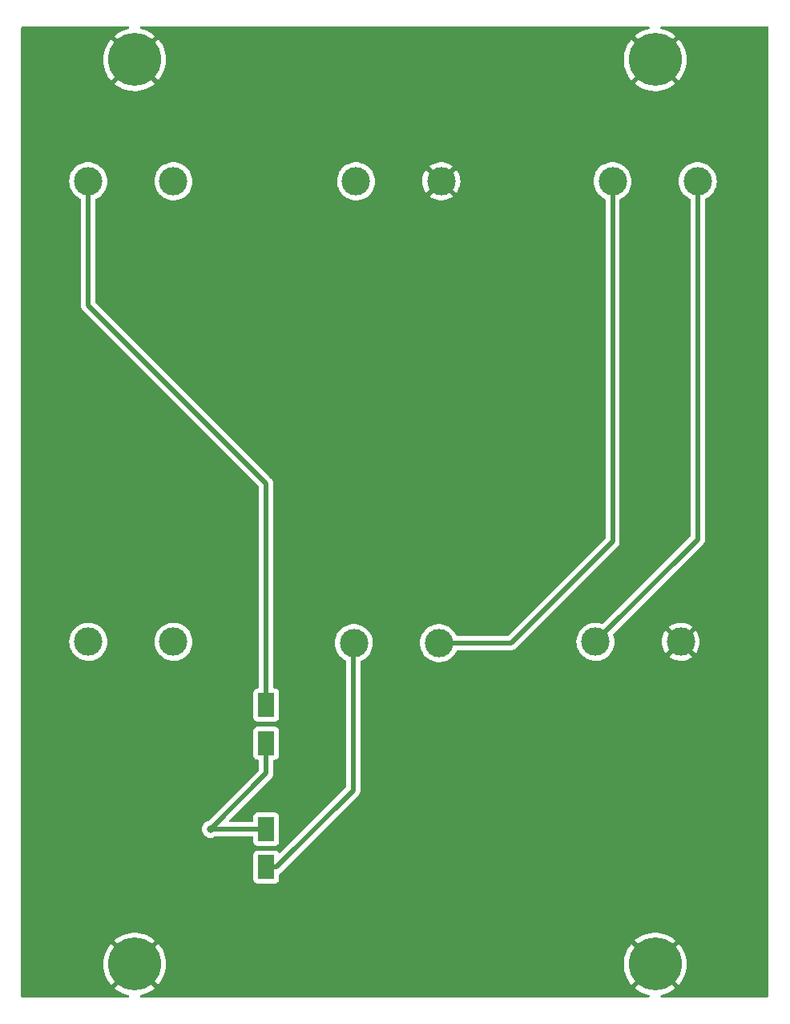
<source format=gtl>
G04 #@! TF.GenerationSoftware,KiCad,Pcbnew,(6.0.5-0)*
G04 #@! TF.CreationDate,2023-03-07T01:19:38-05:00*
G04 #@! TF.ProjectId,solar-cell-pcbs-usbUPDATING,736f6c61-722d-4636-956c-6c2d70636273,3*
G04 #@! TF.SameCoordinates,Original*
G04 #@! TF.FileFunction,Copper,L1,Top*
G04 #@! TF.FilePolarity,Positive*
%FSLAX46Y46*%
G04 Gerber Fmt 4.6, Leading zero omitted, Abs format (unit mm)*
G04 Created by KiCad (PCBNEW (6.0.5-0)) date 2023-03-07 01:19:38*
%MOMM*%
%LPD*%
G01*
G04 APERTURE LIST*
G04 #@! TA.AperFunction,ComponentPad*
%ADD10C,5.600000*%
G04 #@! TD*
G04 #@! TA.AperFunction,ComponentPad*
%ADD11C,3.000000*%
G04 #@! TD*
G04 #@! TA.AperFunction,SMDPad,CuDef*
%ADD12R,1.700000X2.500000*%
G04 #@! TD*
G04 #@! TA.AperFunction,ViaPad*
%ADD13C,0.800000*%
G04 #@! TD*
G04 #@! TA.AperFunction,Conductor*
%ADD14C,0.500000*%
G04 #@! TD*
G04 APERTURE END LIST*
D10*
X84600000Y-42750000D03*
D11*
X107768000Y-104348000D03*
X116768000Y-104348000D03*
X133300000Y-104200000D03*
X142300000Y-104200000D03*
D12*
X98500000Y-114900000D03*
X98500000Y-110900000D03*
D10*
X139600000Y-138250000D03*
D11*
X79700000Y-104200000D03*
X88700000Y-104200000D03*
X135100000Y-55580000D03*
X144100000Y-55580000D03*
D12*
X98500000Y-124000000D03*
X98500000Y-128000000D03*
D10*
X84600000Y-138250000D03*
D11*
X79700000Y-55580000D03*
X88700000Y-55580000D03*
D10*
X139600000Y-42750000D03*
D11*
X108000000Y-55580000D03*
X117000000Y-55580000D03*
D13*
X146100000Y-104300000D03*
X145200000Y-106900000D03*
X144300000Y-106200000D03*
X142400000Y-101600000D03*
X120000000Y-58040000D03*
X144200000Y-102400000D03*
X120900000Y-53240000D03*
X141200000Y-101600000D03*
X117300000Y-58200000D03*
X118400000Y-52040000D03*
X120900000Y-55140000D03*
X116200000Y-58600000D03*
X118900000Y-53340000D03*
X89300000Y-118900000D03*
X88100000Y-120600000D03*
X114500000Y-55240000D03*
X115100000Y-53440000D03*
X142300000Y-106900000D03*
X120200000Y-56640000D03*
X88200000Y-121900000D03*
X119600000Y-55240000D03*
X89000000Y-121300000D03*
X145200000Y-105500000D03*
X120000000Y-54040000D03*
X88100000Y-119300000D03*
X144900000Y-104300000D03*
X115800000Y-51940000D03*
X140400000Y-106200000D03*
X119000000Y-57140000D03*
X88900000Y-119800000D03*
X117000000Y-52640000D03*
X118500000Y-58340000D03*
X139800000Y-104300000D03*
X145200000Y-103100000D03*
X114400000Y-56600000D03*
X89700000Y-122200000D03*
X143800000Y-107300000D03*
X119800000Y-52340000D03*
X145100000Y-101700000D03*
X143600000Y-101200000D03*
X146300000Y-105800000D03*
X92600000Y-124000000D03*
D14*
X135100000Y-93600000D02*
X135100000Y-55580000D01*
X124352000Y-104348000D02*
X135100000Y-93600000D01*
X116768000Y-104348000D02*
X124352000Y-104348000D01*
X107696000Y-104420000D02*
X107768000Y-104348000D01*
X107696000Y-119888000D02*
X107696000Y-104420000D01*
X98500000Y-128000000D02*
X99584000Y-128000000D01*
X99584000Y-128000000D02*
X107696000Y-119888000D01*
X79700000Y-68700000D02*
X79700000Y-55580000D01*
X79700000Y-68700000D02*
X98500000Y-87500000D01*
X98500000Y-87500000D02*
X98500000Y-110900000D01*
X133300000Y-104200000D02*
X144100000Y-93400000D01*
X144100000Y-93400000D02*
X144100000Y-55580000D01*
X92600000Y-124000000D02*
X98500000Y-124000000D01*
X92600000Y-124000000D02*
X98500000Y-118100000D01*
X98500000Y-118100000D02*
X98500000Y-114900000D01*
G04 #@! TA.AperFunction,Conductor*
G36*
X83983879Y-39278502D02*
G01*
X84030372Y-39332158D01*
X84040476Y-39402432D01*
X84010982Y-39467012D01*
X83951256Y-39505396D01*
X83942600Y-39507608D01*
X83723586Y-39555361D01*
X83717011Y-39557172D01*
X83383683Y-39668702D01*
X83377361Y-39671205D01*
X83058034Y-39818079D01*
X83051991Y-39821265D01*
X82750401Y-40001763D01*
X82744755Y-40005571D01*
X82464408Y-40217596D01*
X82459211Y-40221987D01*
X82457972Y-40223155D01*
X82449950Y-40236862D01*
X82449986Y-40237704D01*
X82455037Y-40245826D01*
X84587190Y-42377980D01*
X84601131Y-42385592D01*
X84602966Y-42385461D01*
X84609580Y-42381210D01*
X86742798Y-40247991D01*
X86750412Y-40234047D01*
X86750344Y-40233089D01*
X86745836Y-40226272D01*
X86744418Y-40225065D01*
X86464813Y-40012064D01*
X86459187Y-40008240D01*
X86158214Y-39826681D01*
X86152202Y-39823484D01*
X85833370Y-39675487D01*
X85827070Y-39672967D01*
X85494129Y-39560273D01*
X85487551Y-39558437D01*
X85257846Y-39507513D01*
X85195669Y-39473241D01*
X85161891Y-39410795D01*
X85167237Y-39340000D01*
X85210009Y-39283333D01*
X85276627Y-39258786D01*
X85285117Y-39258500D01*
X138915758Y-39258500D01*
X138983879Y-39278502D01*
X139030372Y-39332158D01*
X139040476Y-39402432D01*
X139010982Y-39467012D01*
X138951256Y-39505396D01*
X138942600Y-39507608D01*
X138723586Y-39555361D01*
X138717011Y-39557172D01*
X138383683Y-39668702D01*
X138377361Y-39671205D01*
X138058034Y-39818079D01*
X138051991Y-39821265D01*
X137750401Y-40001763D01*
X137744755Y-40005571D01*
X137464408Y-40217596D01*
X137459211Y-40221987D01*
X137457972Y-40223155D01*
X137449950Y-40236862D01*
X137449986Y-40237704D01*
X137455037Y-40245826D01*
X139587190Y-42377980D01*
X139601131Y-42385592D01*
X139602966Y-42385461D01*
X139609580Y-42381210D01*
X141742798Y-40247991D01*
X141750412Y-40234047D01*
X141750344Y-40233089D01*
X141745836Y-40226272D01*
X141744418Y-40225065D01*
X141464813Y-40012064D01*
X141459187Y-40008240D01*
X141158214Y-39826681D01*
X141152202Y-39823484D01*
X140833370Y-39675487D01*
X140827070Y-39672967D01*
X140494129Y-39560273D01*
X140487551Y-39558437D01*
X140257846Y-39507513D01*
X140195669Y-39473241D01*
X140161891Y-39410795D01*
X140167237Y-39340000D01*
X140210009Y-39283333D01*
X140276627Y-39258786D01*
X140285117Y-39258500D01*
X151465500Y-39258500D01*
X151533621Y-39278502D01*
X151580114Y-39332158D01*
X151591500Y-39384500D01*
X151591500Y-141615500D01*
X151571498Y-141683621D01*
X151517842Y-141730114D01*
X151465500Y-141741500D01*
X140283537Y-141741500D01*
X140215416Y-141721498D01*
X140168923Y-141667842D01*
X140158819Y-141597568D01*
X140188313Y-141532988D01*
X140248039Y-141494604D01*
X140257125Y-141492299D01*
X140465274Y-141447676D01*
X140471822Y-141445897D01*
X140805549Y-141335527D01*
X140811891Y-141333041D01*
X141131718Y-141187288D01*
X141137777Y-141184121D01*
X141439995Y-141004676D01*
X141445659Y-141000884D01*
X141726732Y-140789849D01*
X141731958Y-140785464D01*
X141741613Y-140776428D01*
X141749682Y-140762750D01*
X141749654Y-140762024D01*
X141744512Y-140753723D01*
X139612810Y-138622020D01*
X139598869Y-138614408D01*
X139597034Y-138614539D01*
X139590420Y-138618790D01*
X137456774Y-140752437D01*
X137449160Y-140766381D01*
X137449237Y-140767470D01*
X137451698Y-140771206D01*
X137725632Y-140981404D01*
X137731262Y-140985259D01*
X138031591Y-141167862D01*
X138037593Y-141171080D01*
X138355897Y-141320184D01*
X138362202Y-141322732D01*
X138694743Y-141436587D01*
X138701309Y-141438444D01*
X138941542Y-141492583D01*
X139003598Y-141527071D01*
X139037158Y-141589636D01*
X139031565Y-141660412D01*
X138988596Y-141716928D01*
X138921892Y-141741242D01*
X138913841Y-141741500D01*
X85283537Y-141741500D01*
X85215416Y-141721498D01*
X85168923Y-141667842D01*
X85158819Y-141597568D01*
X85188313Y-141532988D01*
X85248039Y-141494604D01*
X85257125Y-141492299D01*
X85465274Y-141447676D01*
X85471822Y-141445897D01*
X85805549Y-141335527D01*
X85811891Y-141333041D01*
X86131718Y-141187288D01*
X86137777Y-141184121D01*
X86439995Y-141004676D01*
X86445659Y-141000884D01*
X86726732Y-140789849D01*
X86731958Y-140785464D01*
X86741613Y-140776428D01*
X86749682Y-140762750D01*
X86749654Y-140762024D01*
X86744512Y-140753723D01*
X84612810Y-138622020D01*
X84598869Y-138614408D01*
X84597034Y-138614539D01*
X84590420Y-138618790D01*
X82456774Y-140752437D01*
X82449160Y-140766381D01*
X82449237Y-140767470D01*
X82451698Y-140771206D01*
X82725632Y-140981404D01*
X82731262Y-140985259D01*
X83031591Y-141167862D01*
X83037593Y-141171080D01*
X83355897Y-141320184D01*
X83362202Y-141322732D01*
X83694743Y-141436587D01*
X83701309Y-141438444D01*
X83941542Y-141492583D01*
X84003598Y-141527071D01*
X84037158Y-141589636D01*
X84031565Y-141660412D01*
X83988596Y-141716928D01*
X83921892Y-141741242D01*
X83913841Y-141741500D01*
X72734500Y-141741500D01*
X72666379Y-141721498D01*
X72619886Y-141667842D01*
X72608500Y-141615500D01*
X72608500Y-138241832D01*
X81287333Y-138241832D01*
X81305117Y-138592893D01*
X81305827Y-138599649D01*
X81361420Y-138946723D01*
X81362859Y-138953378D01*
X81455608Y-139292410D01*
X81457757Y-139298871D01*
X81586581Y-139625912D01*
X81589412Y-139632095D01*
X81752803Y-139943310D01*
X81756286Y-139949152D01*
X81952330Y-140240896D01*
X81956433Y-140246340D01*
X82076425Y-140388836D01*
X82089164Y-140397279D01*
X82099608Y-140391181D01*
X84227980Y-138262810D01*
X84234357Y-138251131D01*
X84964408Y-138251131D01*
X84964539Y-138252966D01*
X84968790Y-138259580D01*
X87099009Y-140389798D01*
X87112605Y-140397223D01*
X87122218Y-140390522D01*
X87222518Y-140273912D01*
X87226676Y-140268514D01*
X87425762Y-139978840D01*
X87429310Y-139973029D01*
X87595942Y-139663559D01*
X87598849Y-139657381D01*
X87731090Y-139331713D01*
X87733304Y-139325283D01*
X87829598Y-138987237D01*
X87831105Y-138980607D01*
X87890332Y-138634118D01*
X87891112Y-138627378D01*
X87912668Y-138274925D01*
X87912784Y-138271323D01*
X87912853Y-138251819D01*
X87912761Y-138248194D01*
X87912416Y-138241832D01*
X136287333Y-138241832D01*
X136305117Y-138592893D01*
X136305827Y-138599649D01*
X136361420Y-138946723D01*
X136362859Y-138953378D01*
X136455608Y-139292410D01*
X136457757Y-139298871D01*
X136586581Y-139625912D01*
X136589412Y-139632095D01*
X136752803Y-139943310D01*
X136756286Y-139949152D01*
X136952330Y-140240896D01*
X136956433Y-140246340D01*
X137076425Y-140388836D01*
X137089164Y-140397279D01*
X137099608Y-140391181D01*
X139227980Y-138262810D01*
X139234357Y-138251131D01*
X139964408Y-138251131D01*
X139964539Y-138252966D01*
X139968790Y-138259580D01*
X142099009Y-140389798D01*
X142112605Y-140397223D01*
X142122218Y-140390522D01*
X142222518Y-140273912D01*
X142226676Y-140268514D01*
X142425762Y-139978840D01*
X142429310Y-139973029D01*
X142595942Y-139663559D01*
X142598849Y-139657381D01*
X142731090Y-139331713D01*
X142733304Y-139325283D01*
X142829598Y-138987237D01*
X142831105Y-138980607D01*
X142890332Y-138634118D01*
X142891112Y-138627378D01*
X142912668Y-138274925D01*
X142912784Y-138271323D01*
X142912853Y-138251819D01*
X142912761Y-138248194D01*
X142893666Y-137895615D01*
X142892931Y-137888849D01*
X142836130Y-137541985D01*
X142834663Y-137535313D01*
X142740736Y-137196627D01*
X142738562Y-137190163D01*
X142608598Y-136863578D01*
X142605742Y-136857398D01*
X142441269Y-136546763D01*
X142437769Y-136540937D01*
X142240697Y-136249862D01*
X142236590Y-136244453D01*
X142123565Y-136111179D01*
X142110740Y-136102743D01*
X142100416Y-136108795D01*
X139972020Y-138237190D01*
X139964408Y-138251131D01*
X139234357Y-138251131D01*
X139235592Y-138248869D01*
X139235461Y-138247034D01*
X139231210Y-138240420D01*
X137100992Y-136110203D01*
X137087455Y-136102811D01*
X137077753Y-136109599D01*
X136970430Y-136235257D01*
X136966296Y-136240664D01*
X136768215Y-136531041D01*
X136764697Y-136536851D01*
X136599134Y-136846922D01*
X136596259Y-136853087D01*
X136465155Y-137179218D01*
X136462962Y-137185658D01*
X136367846Y-137524044D01*
X136366363Y-137530679D01*
X136308350Y-137877354D01*
X136307591Y-137884126D01*
X136287357Y-138235037D01*
X136287333Y-138241832D01*
X87912416Y-138241832D01*
X87893666Y-137895615D01*
X87892931Y-137888849D01*
X87836130Y-137541985D01*
X87834663Y-137535313D01*
X87740736Y-137196627D01*
X87738562Y-137190163D01*
X87608598Y-136863578D01*
X87605742Y-136857398D01*
X87441269Y-136546763D01*
X87437769Y-136540937D01*
X87240697Y-136249862D01*
X87236590Y-136244453D01*
X87123565Y-136111179D01*
X87110740Y-136102743D01*
X87100416Y-136108795D01*
X84972020Y-138237190D01*
X84964408Y-138251131D01*
X84234357Y-138251131D01*
X84235592Y-138248869D01*
X84235461Y-138247034D01*
X84231210Y-138240420D01*
X82100992Y-136110203D01*
X82087455Y-136102811D01*
X82077753Y-136109599D01*
X81970430Y-136235257D01*
X81966296Y-136240664D01*
X81768215Y-136531041D01*
X81764697Y-136536851D01*
X81599134Y-136846922D01*
X81596259Y-136853087D01*
X81465155Y-137179218D01*
X81462962Y-137185658D01*
X81367846Y-137524044D01*
X81366363Y-137530679D01*
X81308350Y-137877354D01*
X81307591Y-137884126D01*
X81287357Y-138235037D01*
X81287333Y-138241832D01*
X72608500Y-138241832D01*
X72608500Y-135736862D01*
X82449950Y-135736862D01*
X82449986Y-135737704D01*
X82455037Y-135745826D01*
X84587190Y-137877980D01*
X84601131Y-137885592D01*
X84602966Y-137885461D01*
X84609580Y-137881210D01*
X86742798Y-135747991D01*
X86748875Y-135736862D01*
X137449950Y-135736862D01*
X137449986Y-135737704D01*
X137455037Y-135745826D01*
X139587190Y-137877980D01*
X139601131Y-137885592D01*
X139602966Y-137885461D01*
X139609580Y-137881210D01*
X141742798Y-135747991D01*
X141750412Y-135734047D01*
X141750344Y-135733089D01*
X141745836Y-135726272D01*
X141744418Y-135725065D01*
X141464813Y-135512064D01*
X141459187Y-135508240D01*
X141158214Y-135326681D01*
X141152202Y-135323484D01*
X140833370Y-135175487D01*
X140827070Y-135172967D01*
X140494129Y-135060273D01*
X140487551Y-135058437D01*
X140144417Y-134982367D01*
X140137678Y-134981251D01*
X139788310Y-134942680D01*
X139781529Y-134942301D01*
X139430015Y-134941687D01*
X139423242Y-134942042D01*
X139073720Y-134979395D01*
X139067010Y-134980482D01*
X138723586Y-135055361D01*
X138717011Y-135057172D01*
X138383683Y-135168702D01*
X138377361Y-135171205D01*
X138058034Y-135318079D01*
X138051991Y-135321265D01*
X137750401Y-135501763D01*
X137744755Y-135505571D01*
X137464408Y-135717596D01*
X137459211Y-135721987D01*
X137457972Y-135723155D01*
X137449950Y-135736862D01*
X86748875Y-135736862D01*
X86750412Y-135734047D01*
X86750344Y-135733089D01*
X86745836Y-135726272D01*
X86744418Y-135725065D01*
X86464813Y-135512064D01*
X86459187Y-135508240D01*
X86158214Y-135326681D01*
X86152202Y-135323484D01*
X85833370Y-135175487D01*
X85827070Y-135172967D01*
X85494129Y-135060273D01*
X85487551Y-135058437D01*
X85144417Y-134982367D01*
X85137678Y-134981251D01*
X84788310Y-134942680D01*
X84781529Y-134942301D01*
X84430015Y-134941687D01*
X84423242Y-134942042D01*
X84073720Y-134979395D01*
X84067010Y-134980482D01*
X83723586Y-135055361D01*
X83717011Y-135057172D01*
X83383683Y-135168702D01*
X83377361Y-135171205D01*
X83058034Y-135318079D01*
X83051991Y-135321265D01*
X82750401Y-135501763D01*
X82744755Y-135505571D01*
X82464408Y-135717596D01*
X82459211Y-135721987D01*
X82457972Y-135723155D01*
X82449950Y-135736862D01*
X72608500Y-135736862D01*
X72608500Y-129298134D01*
X97141500Y-129298134D01*
X97148255Y-129360316D01*
X97199385Y-129496705D01*
X97286739Y-129613261D01*
X97403295Y-129700615D01*
X97539684Y-129751745D01*
X97601866Y-129758500D01*
X99398134Y-129758500D01*
X99460316Y-129751745D01*
X99596705Y-129700615D01*
X99713261Y-129613261D01*
X99800615Y-129496705D01*
X99851745Y-129360316D01*
X99858500Y-129298134D01*
X99858500Y-128793474D01*
X99878502Y-128725353D01*
X99925759Y-128682897D01*
X99925937Y-128682833D01*
X99986976Y-128642814D01*
X99990680Y-128640477D01*
X100053107Y-128602595D01*
X100061484Y-128595197D01*
X100061508Y-128595224D01*
X100064500Y-128592571D01*
X100067733Y-128589868D01*
X100073852Y-128585856D01*
X100127128Y-128529617D01*
X100129506Y-128527175D01*
X108184911Y-120471770D01*
X108199323Y-120459384D01*
X108210918Y-120450851D01*
X108210923Y-120450846D01*
X108216818Y-120446508D01*
X108221557Y-120440930D01*
X108221560Y-120440927D01*
X108251035Y-120406232D01*
X108257965Y-120398716D01*
X108263660Y-120393021D01*
X108281281Y-120370749D01*
X108284072Y-120367345D01*
X108326591Y-120317297D01*
X108326592Y-120317295D01*
X108331333Y-120311715D01*
X108334661Y-120305199D01*
X108338028Y-120300150D01*
X108341195Y-120295021D01*
X108345734Y-120289284D01*
X108376655Y-120223125D01*
X108378561Y-120219225D01*
X108411769Y-120154192D01*
X108413508Y-120147084D01*
X108415607Y-120141441D01*
X108417524Y-120135678D01*
X108420622Y-120129050D01*
X108435487Y-120057583D01*
X108436457Y-120053299D01*
X108452473Y-119987845D01*
X108453808Y-119982390D01*
X108454500Y-119971236D01*
X108454536Y-119971238D01*
X108454775Y-119967245D01*
X108455149Y-119963053D01*
X108456640Y-119955885D01*
X108454546Y-119878479D01*
X108454500Y-119875072D01*
X108454500Y-106321852D01*
X108474502Y-106253731D01*
X108532282Y-106205443D01*
X108603471Y-106175955D01*
X108663136Y-106151241D01*
X108899582Y-106013073D01*
X109115089Y-105844094D01*
X109133059Y-105825551D01*
X109297560Y-105655799D01*
X109305669Y-105647431D01*
X109308202Y-105643983D01*
X109308206Y-105643978D01*
X109465257Y-105430178D01*
X109467795Y-105426723D01*
X109473335Y-105416520D01*
X109596418Y-105189830D01*
X109596419Y-105189827D01*
X109598468Y-105186054D01*
X109676275Y-104980144D01*
X109693751Y-104933895D01*
X109693752Y-104933891D01*
X109695269Y-104929877D01*
X109743096Y-104721053D01*
X109755449Y-104667117D01*
X109755450Y-104667113D01*
X109756407Y-104662933D01*
X109765189Y-104564539D01*
X109780531Y-104392627D01*
X109780531Y-104392625D01*
X109780751Y-104390161D01*
X109781193Y-104348000D01*
X109779756Y-104326918D01*
X114754917Y-104326918D01*
X114770682Y-104600320D01*
X114771507Y-104604525D01*
X114771508Y-104604533D01*
X114782127Y-104658657D01*
X114823405Y-104869053D01*
X114824792Y-104873103D01*
X114824793Y-104873108D01*
X114906107Y-105110606D01*
X114912112Y-105128144D01*
X115035160Y-105372799D01*
X115037586Y-105376328D01*
X115037589Y-105376334D01*
X115187843Y-105594953D01*
X115190274Y-105598490D01*
X115193161Y-105601663D01*
X115193162Y-105601664D01*
X115351629Y-105775818D01*
X115374582Y-105801043D01*
X115584675Y-105976707D01*
X115588316Y-105978991D01*
X115813024Y-106119951D01*
X115813028Y-106119953D01*
X115816664Y-106122234D01*
X115911090Y-106164869D01*
X116062345Y-106233164D01*
X116062349Y-106233166D01*
X116066257Y-106234930D01*
X116070377Y-106236150D01*
X116070376Y-106236150D01*
X116324723Y-106311491D01*
X116324727Y-106311492D01*
X116328836Y-106312709D01*
X116333070Y-106313357D01*
X116333075Y-106313358D01*
X116595298Y-106353483D01*
X116595300Y-106353483D01*
X116599540Y-106354132D01*
X116738912Y-106356322D01*
X116869071Y-106358367D01*
X116869077Y-106358367D01*
X116873362Y-106358434D01*
X117145235Y-106325534D01*
X117410127Y-106256041D01*
X117414087Y-106254401D01*
X117414092Y-106254399D01*
X117598413Y-106178050D01*
X117663136Y-106151241D01*
X117899582Y-106013073D01*
X118115089Y-105844094D01*
X118133059Y-105825551D01*
X118297560Y-105655799D01*
X118305669Y-105647431D01*
X118308202Y-105643983D01*
X118308206Y-105643978D01*
X118465257Y-105430178D01*
X118467795Y-105426723D01*
X118473335Y-105416520D01*
X118596420Y-105189827D01*
X118596423Y-105189820D01*
X118598468Y-105186054D01*
X118599986Y-105182036D01*
X118600895Y-105180051D01*
X118647438Y-105126439D01*
X118715460Y-105106500D01*
X124284930Y-105106500D01*
X124303880Y-105107933D01*
X124318115Y-105110099D01*
X124318119Y-105110099D01*
X124325349Y-105111199D01*
X124332641Y-105110606D01*
X124332644Y-105110606D01*
X124378018Y-105106915D01*
X124388233Y-105106500D01*
X124396293Y-105106500D01*
X124409583Y-105104951D01*
X124424507Y-105103211D01*
X124428882Y-105102778D01*
X124494339Y-105097454D01*
X124494342Y-105097453D01*
X124501637Y-105096860D01*
X124508601Y-105094604D01*
X124514560Y-105093413D01*
X124520415Y-105092029D01*
X124527681Y-105091182D01*
X124596327Y-105066265D01*
X124600455Y-105064848D01*
X124662936Y-105044607D01*
X124662938Y-105044606D01*
X124669899Y-105042351D01*
X124676154Y-105038555D01*
X124681628Y-105036049D01*
X124687058Y-105033330D01*
X124693937Y-105030833D01*
X124754976Y-104990814D01*
X124758680Y-104988477D01*
X124821107Y-104950595D01*
X124829484Y-104943197D01*
X124829508Y-104943224D01*
X124832500Y-104940571D01*
X124835733Y-104937868D01*
X124841852Y-104933856D01*
X124895128Y-104877617D01*
X124897506Y-104875175D01*
X125593763Y-104178918D01*
X131286917Y-104178918D01*
X131302682Y-104452320D01*
X131303507Y-104456525D01*
X131303508Y-104456533D01*
X131324698Y-104564539D01*
X131355405Y-104721053D01*
X131356792Y-104725103D01*
X131356793Y-104725108D01*
X131428264Y-104933856D01*
X131444112Y-104980144D01*
X131487432Y-105066276D01*
X131549573Y-105189830D01*
X131567160Y-105224799D01*
X131569586Y-105228328D01*
X131569589Y-105228334D01*
X131703509Y-105423187D01*
X131722274Y-105450490D01*
X131725161Y-105453663D01*
X131725162Y-105453664D01*
X131903692Y-105649867D01*
X131906582Y-105653043D01*
X132116675Y-105828707D01*
X132120316Y-105830991D01*
X132345024Y-105971951D01*
X132345028Y-105971953D01*
X132348664Y-105974234D01*
X132416544Y-106004883D01*
X132594345Y-106085164D01*
X132594349Y-106085166D01*
X132598257Y-106086930D01*
X132602377Y-106088150D01*
X132602376Y-106088150D01*
X132856723Y-106163491D01*
X132856727Y-106163492D01*
X132860836Y-106164709D01*
X132865070Y-106165357D01*
X132865075Y-106165358D01*
X133127298Y-106205483D01*
X133127300Y-106205483D01*
X133131540Y-106206132D01*
X133270912Y-106208322D01*
X133401071Y-106210367D01*
X133401077Y-106210367D01*
X133405362Y-106210434D01*
X133677235Y-106177534D01*
X133942127Y-106108041D01*
X133946087Y-106106401D01*
X133946092Y-106106399D01*
X134068632Y-106055641D01*
X134195136Y-106003241D01*
X134431582Y-105865073D01*
X134527767Y-105789654D01*
X141075618Y-105789654D01*
X141082673Y-105799627D01*
X141113679Y-105825551D01*
X141120598Y-105830579D01*
X141345272Y-105971515D01*
X141352807Y-105975556D01*
X141594520Y-106084694D01*
X141602551Y-106087680D01*
X141856832Y-106163002D01*
X141865184Y-106164869D01*
X142127340Y-106204984D01*
X142135874Y-106205700D01*
X142401045Y-106209867D01*
X142409596Y-106209418D01*
X142672883Y-106177557D01*
X142681284Y-106175955D01*
X142937824Y-106108653D01*
X142945926Y-106105926D01*
X143190949Y-106004434D01*
X143198617Y-106000628D01*
X143427598Y-105866822D01*
X143434679Y-105862009D01*
X143514655Y-105799301D01*
X143523125Y-105787442D01*
X143516608Y-105775818D01*
X142312812Y-104572022D01*
X142298868Y-104564408D01*
X142297035Y-104564539D01*
X142290420Y-104568790D01*
X141082910Y-105776300D01*
X141075618Y-105789654D01*
X134527767Y-105789654D01*
X134647089Y-105696094D01*
X134688809Y-105653043D01*
X134834686Y-105502509D01*
X134837669Y-105499431D01*
X134840202Y-105495983D01*
X134840206Y-105495978D01*
X134997257Y-105282178D01*
X134999795Y-105278723D01*
X135001841Y-105274955D01*
X135128418Y-105041830D01*
X135128419Y-105041828D01*
X135130468Y-105038054D01*
X135227269Y-104781877D01*
X135288407Y-104514933D01*
X135294384Y-104447969D01*
X135312531Y-104244627D01*
X135312532Y-104244616D01*
X135312751Y-104242161D01*
X135313193Y-104200000D01*
X135312048Y-104183204D01*
X140287665Y-104183204D01*
X140302932Y-104447969D01*
X140304005Y-104456470D01*
X140355065Y-104716722D01*
X140357276Y-104724974D01*
X140443184Y-104975894D01*
X140446499Y-104983779D01*
X140565664Y-105220713D01*
X140570020Y-105228079D01*
X140699347Y-105416250D01*
X140709601Y-105424594D01*
X140723342Y-105417448D01*
X141927978Y-104212812D01*
X141934356Y-104201132D01*
X142664408Y-104201132D01*
X142664539Y-104202965D01*
X142668790Y-104209580D01*
X143875730Y-105416520D01*
X143887939Y-105423187D01*
X143899439Y-105414497D01*
X143996831Y-105281913D01*
X144001418Y-105274685D01*
X144127962Y-105041621D01*
X144131530Y-105033827D01*
X144225271Y-104785750D01*
X144227748Y-104777544D01*
X144286954Y-104519038D01*
X144288294Y-104510577D01*
X144312031Y-104244616D01*
X144312277Y-104239677D01*
X144312666Y-104202485D01*
X144312523Y-104197519D01*
X144294362Y-103931123D01*
X144293201Y-103922649D01*
X144239419Y-103662944D01*
X144237120Y-103654709D01*
X144148588Y-103404705D01*
X144145191Y-103396854D01*
X144023550Y-103161178D01*
X144019122Y-103153866D01*
X143900031Y-102984417D01*
X143889509Y-102976037D01*
X143876121Y-102983089D01*
X142672022Y-104187188D01*
X142664408Y-104201132D01*
X141934356Y-104201132D01*
X141935592Y-104198868D01*
X141935461Y-104197035D01*
X141931210Y-104190420D01*
X140723814Y-102983024D01*
X140711804Y-102976466D01*
X140700064Y-102985434D01*
X140591935Y-103135911D01*
X140587418Y-103143196D01*
X140463325Y-103377567D01*
X140459839Y-103385395D01*
X140368700Y-103634446D01*
X140366311Y-103642670D01*
X140309812Y-103901795D01*
X140308563Y-103910250D01*
X140287754Y-104174653D01*
X140287665Y-104183204D01*
X135312048Y-104183204D01*
X135304948Y-104079055D01*
X135294859Y-103931055D01*
X135294858Y-103931049D01*
X135294567Y-103926778D01*
X135239032Y-103658612D01*
X135237602Y-103654574D01*
X135237601Y-103654569D01*
X135180588Y-103493569D01*
X135176704Y-103422679D01*
X135210266Y-103362415D01*
X135960181Y-102612500D01*
X141076584Y-102612500D01*
X141082980Y-102623770D01*
X142287188Y-103827978D01*
X142301132Y-103835592D01*
X142302965Y-103835461D01*
X142309580Y-103831210D01*
X143516604Y-102624186D01*
X143523795Y-102611017D01*
X143516473Y-102600780D01*
X143469233Y-102562115D01*
X143462261Y-102557160D01*
X143236122Y-102418582D01*
X143228552Y-102414624D01*
X142985704Y-102308022D01*
X142977644Y-102305120D01*
X142722592Y-102232467D01*
X142714214Y-102230685D01*
X142451656Y-102193318D01*
X142443111Y-102192691D01*
X142177908Y-102191302D01*
X142169374Y-102191839D01*
X141906433Y-102226456D01*
X141898035Y-102228149D01*
X141642238Y-102298127D01*
X141634143Y-102300946D01*
X141390199Y-102404997D01*
X141382577Y-102408881D01*
X141155013Y-102545075D01*
X141147981Y-102549962D01*
X141085053Y-102600377D01*
X141076584Y-102612500D01*
X135960181Y-102612500D01*
X144588911Y-93983770D01*
X144603323Y-93971384D01*
X144614918Y-93962851D01*
X144614923Y-93962846D01*
X144620818Y-93958508D01*
X144625557Y-93952930D01*
X144625560Y-93952927D01*
X144655035Y-93918232D01*
X144661965Y-93910716D01*
X144667660Y-93905021D01*
X144685281Y-93882749D01*
X144688072Y-93879345D01*
X144730591Y-93829297D01*
X144730592Y-93829295D01*
X144735333Y-93823715D01*
X144738661Y-93817199D01*
X144742020Y-93812162D01*
X144745194Y-93807023D01*
X144749734Y-93801284D01*
X144780636Y-93735163D01*
X144782569Y-93731209D01*
X144786239Y-93724021D01*
X144815769Y-93666192D01*
X144817510Y-93659076D01*
X144819604Y-93653446D01*
X144821523Y-93647679D01*
X144824621Y-93641050D01*
X144839483Y-93569600D01*
X144840453Y-93565315D01*
X144856473Y-93499844D01*
X144857808Y-93494390D01*
X144858500Y-93483236D01*
X144858536Y-93483238D01*
X144858775Y-93479248D01*
X144859150Y-93475050D01*
X144860640Y-93467885D01*
X144858546Y-93390479D01*
X144858500Y-93387072D01*
X144858500Y-57524028D01*
X144878502Y-57455907D01*
X144936281Y-57407620D01*
X144995136Y-57383241D01*
X145231582Y-57245073D01*
X145447089Y-57076094D01*
X145488809Y-57033043D01*
X145634686Y-56882509D01*
X145637669Y-56879431D01*
X145640202Y-56875983D01*
X145640206Y-56875978D01*
X145797257Y-56662178D01*
X145799795Y-56658723D01*
X145801841Y-56654955D01*
X145928418Y-56421830D01*
X145928419Y-56421828D01*
X145930468Y-56418054D01*
X146027269Y-56161877D01*
X146088407Y-55894933D01*
X146094384Y-55827969D01*
X146112531Y-55624627D01*
X146112532Y-55624616D01*
X146112751Y-55622161D01*
X146113193Y-55580000D01*
X146111465Y-55554648D01*
X146094859Y-55311055D01*
X146094858Y-55311049D01*
X146094567Y-55306778D01*
X146039032Y-55038612D01*
X145947617Y-54780465D01*
X145822013Y-54537112D01*
X145812040Y-54522921D01*
X145667008Y-54316562D01*
X145664545Y-54313057D01*
X145478125Y-54112445D01*
X145474810Y-54109731D01*
X145474806Y-54109728D01*
X145269523Y-53941706D01*
X145266205Y-53938990D01*
X145032704Y-53795901D01*
X145028768Y-53794173D01*
X144785873Y-53687549D01*
X144785869Y-53687548D01*
X144781945Y-53685825D01*
X144518566Y-53610800D01*
X144514324Y-53610196D01*
X144514318Y-53610195D01*
X144313834Y-53581662D01*
X144247443Y-53572213D01*
X144103589Y-53571460D01*
X143977877Y-53570802D01*
X143977871Y-53570802D01*
X143973591Y-53570780D01*
X143969347Y-53571339D01*
X143969343Y-53571339D01*
X143850302Y-53587011D01*
X143702078Y-53606525D01*
X143697938Y-53607658D01*
X143697936Y-53607658D01*
X143625008Y-53627609D01*
X143437928Y-53678788D01*
X143433980Y-53680472D01*
X143189982Y-53784546D01*
X143189978Y-53784548D01*
X143186030Y-53786232D01*
X143166125Y-53798145D01*
X142954725Y-53924664D01*
X142954721Y-53924667D01*
X142951043Y-53926868D01*
X142737318Y-54098094D01*
X142548808Y-54296742D01*
X142389002Y-54519136D01*
X142260857Y-54761161D01*
X142259385Y-54765184D01*
X142259383Y-54765188D01*
X142252314Y-54784506D01*
X142166743Y-55018337D01*
X142108404Y-55285907D01*
X142086917Y-55558918D01*
X142102682Y-55832320D01*
X142103507Y-55836525D01*
X142103508Y-55836533D01*
X142124698Y-55944539D01*
X142155405Y-56101053D01*
X142156792Y-56105103D01*
X142156793Y-56105108D01*
X142177605Y-56165895D01*
X142244112Y-56360144D01*
X142367160Y-56604799D01*
X142369586Y-56608328D01*
X142369589Y-56608334D01*
X142498741Y-56796250D01*
X142522274Y-56830490D01*
X142706582Y-57033043D01*
X142916675Y-57208707D01*
X142920316Y-57210991D01*
X143145024Y-57351951D01*
X143145028Y-57351953D01*
X143148664Y-57354234D01*
X143267352Y-57407824D01*
X143321205Y-57454086D01*
X143341500Y-57522660D01*
X143341500Y-93033629D01*
X143321498Y-93101750D01*
X143304595Y-93122724D01*
X134139814Y-102287505D01*
X134077502Y-102321531D01*
X134000074Y-102313783D01*
X133981945Y-102305825D01*
X133718566Y-102230800D01*
X133714324Y-102230196D01*
X133714318Y-102230195D01*
X133513834Y-102201662D01*
X133447443Y-102192213D01*
X133303589Y-102191460D01*
X133177877Y-102190802D01*
X133177871Y-102190802D01*
X133173591Y-102190780D01*
X133169347Y-102191339D01*
X133169343Y-102191339D01*
X133050302Y-102207011D01*
X132902078Y-102226525D01*
X132897938Y-102227658D01*
X132897936Y-102227658D01*
X132825008Y-102247609D01*
X132637928Y-102298788D01*
X132633980Y-102300472D01*
X132389982Y-102404546D01*
X132389978Y-102404548D01*
X132386030Y-102406232D01*
X132303627Y-102455549D01*
X132154725Y-102544664D01*
X132154721Y-102544667D01*
X132151043Y-102546868D01*
X131937318Y-102718094D01*
X131920717Y-102735588D01*
X131783253Y-102880445D01*
X131748808Y-102916742D01*
X131589002Y-103139136D01*
X131460857Y-103381161D01*
X131459385Y-103385184D01*
X131459383Y-103385188D01*
X131384615Y-103589500D01*
X131366743Y-103638337D01*
X131308404Y-103905907D01*
X131286917Y-104178918D01*
X125593763Y-104178918D01*
X135588911Y-94183770D01*
X135603323Y-94171384D01*
X135614918Y-94162851D01*
X135614923Y-94162846D01*
X135620818Y-94158508D01*
X135625557Y-94152930D01*
X135625560Y-94152927D01*
X135655035Y-94118232D01*
X135661965Y-94110716D01*
X135667660Y-94105021D01*
X135685281Y-94082749D01*
X135688072Y-94079345D01*
X135730591Y-94029297D01*
X135730592Y-94029295D01*
X135735333Y-94023715D01*
X135738661Y-94017199D01*
X135742028Y-94012150D01*
X135745195Y-94007021D01*
X135749734Y-94001284D01*
X135780655Y-93935125D01*
X135782561Y-93931225D01*
X135789196Y-93918232D01*
X135815769Y-93866192D01*
X135817508Y-93859084D01*
X135819607Y-93853441D01*
X135821524Y-93847678D01*
X135824622Y-93841050D01*
X135839487Y-93769583D01*
X135840457Y-93765299D01*
X135847831Y-93735163D01*
X135857808Y-93694390D01*
X135858500Y-93683236D01*
X135858536Y-93683238D01*
X135858775Y-93679245D01*
X135859149Y-93675053D01*
X135860640Y-93667885D01*
X135858546Y-93590479D01*
X135858500Y-93587072D01*
X135858500Y-57524028D01*
X135878502Y-57455907D01*
X135936281Y-57407620D01*
X135995136Y-57383241D01*
X136231582Y-57245073D01*
X136447089Y-57076094D01*
X136488809Y-57033043D01*
X136634686Y-56882509D01*
X136637669Y-56879431D01*
X136640202Y-56875983D01*
X136640206Y-56875978D01*
X136797257Y-56662178D01*
X136799795Y-56658723D01*
X136801841Y-56654955D01*
X136928418Y-56421830D01*
X136928419Y-56421828D01*
X136930468Y-56418054D01*
X137027269Y-56161877D01*
X137088407Y-55894933D01*
X137094384Y-55827969D01*
X137112531Y-55624627D01*
X137112532Y-55624616D01*
X137112751Y-55622161D01*
X137113193Y-55580000D01*
X137111465Y-55554648D01*
X137094859Y-55311055D01*
X137094858Y-55311049D01*
X137094567Y-55306778D01*
X137039032Y-55038612D01*
X136947617Y-54780465D01*
X136822013Y-54537112D01*
X136812040Y-54522921D01*
X136667008Y-54316562D01*
X136664545Y-54313057D01*
X136478125Y-54112445D01*
X136474810Y-54109731D01*
X136474806Y-54109728D01*
X136269523Y-53941706D01*
X136266205Y-53938990D01*
X136032704Y-53795901D01*
X136028768Y-53794173D01*
X135785873Y-53687549D01*
X135785869Y-53687548D01*
X135781945Y-53685825D01*
X135518566Y-53610800D01*
X135514324Y-53610196D01*
X135514318Y-53610195D01*
X135313834Y-53581662D01*
X135247443Y-53572213D01*
X135103589Y-53571460D01*
X134977877Y-53570802D01*
X134977871Y-53570802D01*
X134973591Y-53570780D01*
X134969347Y-53571339D01*
X134969343Y-53571339D01*
X134850302Y-53587011D01*
X134702078Y-53606525D01*
X134697938Y-53607658D01*
X134697936Y-53607658D01*
X134625008Y-53627609D01*
X134437928Y-53678788D01*
X134433980Y-53680472D01*
X134189982Y-53784546D01*
X134189978Y-53784548D01*
X134186030Y-53786232D01*
X134166125Y-53798145D01*
X133954725Y-53924664D01*
X133954721Y-53924667D01*
X133951043Y-53926868D01*
X133737318Y-54098094D01*
X133548808Y-54296742D01*
X133389002Y-54519136D01*
X133260857Y-54761161D01*
X133259385Y-54765184D01*
X133259383Y-54765188D01*
X133252314Y-54784506D01*
X133166743Y-55018337D01*
X133108404Y-55285907D01*
X133086917Y-55558918D01*
X133102682Y-55832320D01*
X133103507Y-55836525D01*
X133103508Y-55836533D01*
X133124698Y-55944539D01*
X133155405Y-56101053D01*
X133156792Y-56105103D01*
X133156793Y-56105108D01*
X133177605Y-56165895D01*
X133244112Y-56360144D01*
X133367160Y-56604799D01*
X133369586Y-56608328D01*
X133369589Y-56608334D01*
X133498741Y-56796250D01*
X133522274Y-56830490D01*
X133706582Y-57033043D01*
X133916675Y-57208707D01*
X133920316Y-57210991D01*
X134145024Y-57351951D01*
X134145028Y-57351953D01*
X134148664Y-57354234D01*
X134267352Y-57407824D01*
X134321205Y-57454086D01*
X134341500Y-57522660D01*
X134341500Y-93233629D01*
X134321498Y-93301750D01*
X134304595Y-93322724D01*
X124074724Y-103552595D01*
X124012412Y-103586621D01*
X123985629Y-103589500D01*
X118713557Y-103589500D01*
X118645436Y-103569498D01*
X118601591Y-103521290D01*
X118491978Y-103308919D01*
X118491978Y-103308918D01*
X118490013Y-103305112D01*
X118480040Y-103290921D01*
X118376217Y-103143196D01*
X118332545Y-103081057D01*
X118235353Y-102976466D01*
X118149046Y-102883588D01*
X118149043Y-102883585D01*
X118146125Y-102880445D01*
X118142810Y-102877731D01*
X118142806Y-102877728D01*
X117947771Y-102718094D01*
X117934205Y-102706990D01*
X117700704Y-102563901D01*
X117696768Y-102562173D01*
X117453873Y-102455549D01*
X117453869Y-102455548D01*
X117449945Y-102453825D01*
X117186566Y-102378800D01*
X117182324Y-102378196D01*
X117182318Y-102378195D01*
X116972939Y-102348396D01*
X116915443Y-102340213D01*
X116771589Y-102339460D01*
X116645877Y-102338802D01*
X116645871Y-102338802D01*
X116641591Y-102338780D01*
X116637347Y-102339339D01*
X116637343Y-102339339D01*
X116568549Y-102348396D01*
X116370078Y-102374525D01*
X116365938Y-102375658D01*
X116365936Y-102375658D01*
X116293008Y-102395609D01*
X116105928Y-102446788D01*
X116101980Y-102448472D01*
X115857982Y-102552546D01*
X115857978Y-102552548D01*
X115854030Y-102554232D01*
X115834125Y-102566145D01*
X115622725Y-102692664D01*
X115622721Y-102692667D01*
X115619043Y-102694868D01*
X115405318Y-102866094D01*
X115216808Y-103064742D01*
X115057002Y-103287136D01*
X114928857Y-103529161D01*
X114927385Y-103533184D01*
X114927383Y-103533188D01*
X114907829Y-103586621D01*
X114834743Y-103786337D01*
X114776404Y-104053907D01*
X114754917Y-104326918D01*
X109779756Y-104326918D01*
X109773809Y-104239686D01*
X109762859Y-104079055D01*
X109762858Y-104079049D01*
X109762567Y-104074778D01*
X109707032Y-103806612D01*
X109615617Y-103548465D01*
X109490013Y-103305112D01*
X109480040Y-103290921D01*
X109376217Y-103143196D01*
X109332545Y-103081057D01*
X109235353Y-102976466D01*
X109149046Y-102883588D01*
X109149043Y-102883585D01*
X109146125Y-102880445D01*
X109142810Y-102877731D01*
X109142806Y-102877728D01*
X108947771Y-102718094D01*
X108934205Y-102706990D01*
X108700704Y-102563901D01*
X108696768Y-102562173D01*
X108453873Y-102455549D01*
X108453869Y-102455548D01*
X108449945Y-102453825D01*
X108186566Y-102378800D01*
X108182324Y-102378196D01*
X108182318Y-102378195D01*
X107972939Y-102348396D01*
X107915443Y-102340213D01*
X107771589Y-102339460D01*
X107645877Y-102338802D01*
X107645871Y-102338802D01*
X107641591Y-102338780D01*
X107637347Y-102339339D01*
X107637343Y-102339339D01*
X107568549Y-102348396D01*
X107370078Y-102374525D01*
X107365938Y-102375658D01*
X107365936Y-102375658D01*
X107293008Y-102395609D01*
X107105928Y-102446788D01*
X107101980Y-102448472D01*
X106857982Y-102552546D01*
X106857978Y-102552548D01*
X106854030Y-102554232D01*
X106834125Y-102566145D01*
X106622725Y-102692664D01*
X106622721Y-102692667D01*
X106619043Y-102694868D01*
X106405318Y-102866094D01*
X106216808Y-103064742D01*
X106057002Y-103287136D01*
X105928857Y-103529161D01*
X105927385Y-103533184D01*
X105927383Y-103533188D01*
X105907829Y-103586621D01*
X105834743Y-103786337D01*
X105776404Y-104053907D01*
X105754917Y-104326918D01*
X105770682Y-104600320D01*
X105771507Y-104604525D01*
X105771508Y-104604533D01*
X105782127Y-104658657D01*
X105823405Y-104869053D01*
X105824792Y-104873103D01*
X105824793Y-104873108D01*
X105906107Y-105110606D01*
X105912112Y-105128144D01*
X106035160Y-105372799D01*
X106037586Y-105376328D01*
X106037589Y-105376334D01*
X106187843Y-105594953D01*
X106190274Y-105598490D01*
X106193161Y-105601663D01*
X106193162Y-105601664D01*
X106351629Y-105775818D01*
X106374582Y-105801043D01*
X106584675Y-105976707D01*
X106588316Y-105978991D01*
X106813024Y-106119951D01*
X106813028Y-106119953D01*
X106816664Y-106122234D01*
X106820574Y-106123999D01*
X106820575Y-106124000D01*
X106863351Y-106143314D01*
X106917205Y-106189577D01*
X106937500Y-106258151D01*
X106937500Y-119521629D01*
X106917498Y-119589750D01*
X106900595Y-119610724D01*
X99991936Y-126519383D01*
X99929624Y-126553409D01*
X99858809Y-126548344D01*
X99801973Y-126505797D01*
X99800967Y-126504233D01*
X99800615Y-126503295D01*
X99713261Y-126386739D01*
X99596705Y-126299385D01*
X99460316Y-126248255D01*
X99398134Y-126241500D01*
X97601866Y-126241500D01*
X97539684Y-126248255D01*
X97403295Y-126299385D01*
X97286739Y-126386739D01*
X97199385Y-126503295D01*
X97148255Y-126639684D01*
X97141500Y-126701866D01*
X97141500Y-129298134D01*
X72608500Y-129298134D01*
X72608500Y-124000000D01*
X91686496Y-124000000D01*
X91706458Y-124189928D01*
X91765473Y-124371556D01*
X91860960Y-124536944D01*
X91988747Y-124678866D01*
X92087843Y-124750864D01*
X92137904Y-124787235D01*
X92143248Y-124791118D01*
X92149276Y-124793802D01*
X92149278Y-124793803D01*
X92311681Y-124866109D01*
X92317712Y-124868794D01*
X92391603Y-124884500D01*
X92498056Y-124907128D01*
X92498061Y-124907128D01*
X92504513Y-124908500D01*
X92695487Y-124908500D01*
X92701939Y-124907128D01*
X92701944Y-124907128D01*
X92808397Y-124884500D01*
X92882288Y-124868794D01*
X92888319Y-124866109D01*
X93050722Y-124793803D01*
X93050724Y-124793802D01*
X93056752Y-124791118D01*
X93062091Y-124787239D01*
X93062098Y-124787235D01*
X93068528Y-124782563D01*
X93142587Y-124758500D01*
X97015500Y-124758500D01*
X97083621Y-124778502D01*
X97130114Y-124832158D01*
X97141500Y-124884500D01*
X97141500Y-125298134D01*
X97148255Y-125360316D01*
X97199385Y-125496705D01*
X97286739Y-125613261D01*
X97403295Y-125700615D01*
X97539684Y-125751745D01*
X97601866Y-125758500D01*
X99398134Y-125758500D01*
X99460316Y-125751745D01*
X99596705Y-125700615D01*
X99713261Y-125613261D01*
X99800615Y-125496705D01*
X99851745Y-125360316D01*
X99858500Y-125298134D01*
X99858500Y-122701866D01*
X99851745Y-122639684D01*
X99800615Y-122503295D01*
X99713261Y-122386739D01*
X99596705Y-122299385D01*
X99460316Y-122248255D01*
X99398134Y-122241500D01*
X97601866Y-122241500D01*
X97539684Y-122248255D01*
X97403295Y-122299385D01*
X97286739Y-122386739D01*
X97199385Y-122503295D01*
X97148255Y-122639684D01*
X97141500Y-122701866D01*
X97141500Y-123115500D01*
X97121498Y-123183621D01*
X97067842Y-123230114D01*
X97015500Y-123241500D01*
X94735371Y-123241500D01*
X94667250Y-123221498D01*
X94620757Y-123167842D01*
X94610653Y-123097568D01*
X94640147Y-123032988D01*
X94646276Y-123026405D01*
X98988911Y-118683770D01*
X99003323Y-118671384D01*
X99014918Y-118662851D01*
X99014923Y-118662846D01*
X99020818Y-118658508D01*
X99025557Y-118652930D01*
X99025560Y-118652927D01*
X99055035Y-118618232D01*
X99061965Y-118610716D01*
X99067660Y-118605021D01*
X99085281Y-118582749D01*
X99088072Y-118579345D01*
X99130591Y-118529297D01*
X99130592Y-118529295D01*
X99135333Y-118523715D01*
X99138661Y-118517199D01*
X99142028Y-118512150D01*
X99145195Y-118507021D01*
X99149734Y-118501284D01*
X99180655Y-118435125D01*
X99182561Y-118431225D01*
X99215769Y-118366192D01*
X99217508Y-118359084D01*
X99219607Y-118353441D01*
X99221524Y-118347678D01*
X99224622Y-118341050D01*
X99239487Y-118269583D01*
X99240457Y-118265299D01*
X99256473Y-118199845D01*
X99257808Y-118194390D01*
X99258500Y-118183236D01*
X99258536Y-118183238D01*
X99258775Y-118179245D01*
X99259149Y-118175053D01*
X99260640Y-118167885D01*
X99258546Y-118090479D01*
X99258500Y-118087072D01*
X99258500Y-116784500D01*
X99278502Y-116716379D01*
X99332158Y-116669886D01*
X99384500Y-116658500D01*
X99398134Y-116658500D01*
X99460316Y-116651745D01*
X99596705Y-116600615D01*
X99713261Y-116513261D01*
X99800615Y-116396705D01*
X99851745Y-116260316D01*
X99858500Y-116198134D01*
X99858500Y-113601866D01*
X99851745Y-113539684D01*
X99800615Y-113403295D01*
X99713261Y-113286739D01*
X99596705Y-113199385D01*
X99460316Y-113148255D01*
X99398134Y-113141500D01*
X97601866Y-113141500D01*
X97539684Y-113148255D01*
X97403295Y-113199385D01*
X97286739Y-113286739D01*
X97199385Y-113403295D01*
X97148255Y-113539684D01*
X97141500Y-113601866D01*
X97141500Y-116198134D01*
X97148255Y-116260316D01*
X97199385Y-116396705D01*
X97286739Y-116513261D01*
X97403295Y-116600615D01*
X97539684Y-116651745D01*
X97601866Y-116658500D01*
X97615500Y-116658500D01*
X97683621Y-116678502D01*
X97730114Y-116732158D01*
X97741500Y-116784500D01*
X97741500Y-117733629D01*
X97721498Y-117801750D01*
X97704595Y-117822724D01*
X92443669Y-123083650D01*
X92380772Y-123117801D01*
X92324176Y-123129831D01*
X92324167Y-123129834D01*
X92317712Y-123131206D01*
X92311682Y-123133891D01*
X92311681Y-123133891D01*
X92149278Y-123206197D01*
X92149276Y-123206198D01*
X92143248Y-123208882D01*
X92137907Y-123212762D01*
X92137906Y-123212763D01*
X92114025Y-123230114D01*
X91988747Y-123321134D01*
X91860960Y-123463056D01*
X91765473Y-123628444D01*
X91706458Y-123810072D01*
X91686496Y-124000000D01*
X72608500Y-124000000D01*
X72608500Y-104178918D01*
X77686917Y-104178918D01*
X77702682Y-104452320D01*
X77703507Y-104456525D01*
X77703508Y-104456533D01*
X77724698Y-104564539D01*
X77755405Y-104721053D01*
X77756792Y-104725103D01*
X77756793Y-104725108D01*
X77828264Y-104933856D01*
X77844112Y-104980144D01*
X77887432Y-105066276D01*
X77949573Y-105189830D01*
X77967160Y-105224799D01*
X77969586Y-105228328D01*
X77969589Y-105228334D01*
X78103509Y-105423187D01*
X78122274Y-105450490D01*
X78125161Y-105453663D01*
X78125162Y-105453664D01*
X78303692Y-105649867D01*
X78306582Y-105653043D01*
X78516675Y-105828707D01*
X78520316Y-105830991D01*
X78745024Y-105971951D01*
X78745028Y-105971953D01*
X78748664Y-105974234D01*
X78816544Y-106004883D01*
X78994345Y-106085164D01*
X78994349Y-106085166D01*
X78998257Y-106086930D01*
X79002377Y-106088150D01*
X79002376Y-106088150D01*
X79256723Y-106163491D01*
X79256727Y-106163492D01*
X79260836Y-106164709D01*
X79265070Y-106165357D01*
X79265075Y-106165358D01*
X79527298Y-106205483D01*
X79527300Y-106205483D01*
X79531540Y-106206132D01*
X79670912Y-106208322D01*
X79801071Y-106210367D01*
X79801077Y-106210367D01*
X79805362Y-106210434D01*
X80077235Y-106177534D01*
X80342127Y-106108041D01*
X80346087Y-106106401D01*
X80346092Y-106106399D01*
X80468632Y-106055641D01*
X80595136Y-106003241D01*
X80831582Y-105865073D01*
X81047089Y-105696094D01*
X81088809Y-105653043D01*
X81234686Y-105502509D01*
X81237669Y-105499431D01*
X81240202Y-105495983D01*
X81240206Y-105495978D01*
X81397257Y-105282178D01*
X81399795Y-105278723D01*
X81401841Y-105274955D01*
X81528418Y-105041830D01*
X81528419Y-105041828D01*
X81530468Y-105038054D01*
X81627269Y-104781877D01*
X81688407Y-104514933D01*
X81694384Y-104447969D01*
X81712531Y-104244627D01*
X81712532Y-104244616D01*
X81712751Y-104242161D01*
X81713193Y-104200000D01*
X81711756Y-104178918D01*
X86686917Y-104178918D01*
X86702682Y-104452320D01*
X86703507Y-104456525D01*
X86703508Y-104456533D01*
X86724698Y-104564539D01*
X86755405Y-104721053D01*
X86756792Y-104725103D01*
X86756793Y-104725108D01*
X86828264Y-104933856D01*
X86844112Y-104980144D01*
X86887432Y-105066276D01*
X86949573Y-105189830D01*
X86967160Y-105224799D01*
X86969586Y-105228328D01*
X86969589Y-105228334D01*
X87103509Y-105423187D01*
X87122274Y-105450490D01*
X87125161Y-105453663D01*
X87125162Y-105453664D01*
X87303692Y-105649867D01*
X87306582Y-105653043D01*
X87516675Y-105828707D01*
X87520316Y-105830991D01*
X87745024Y-105971951D01*
X87745028Y-105971953D01*
X87748664Y-105974234D01*
X87816544Y-106004883D01*
X87994345Y-106085164D01*
X87994349Y-106085166D01*
X87998257Y-106086930D01*
X88002377Y-106088150D01*
X88002376Y-106088150D01*
X88256723Y-106163491D01*
X88256727Y-106163492D01*
X88260836Y-106164709D01*
X88265070Y-106165357D01*
X88265075Y-106165358D01*
X88527298Y-106205483D01*
X88527300Y-106205483D01*
X88531540Y-106206132D01*
X88670912Y-106208322D01*
X88801071Y-106210367D01*
X88801077Y-106210367D01*
X88805362Y-106210434D01*
X89077235Y-106177534D01*
X89342127Y-106108041D01*
X89346087Y-106106401D01*
X89346092Y-106106399D01*
X89468632Y-106055641D01*
X89595136Y-106003241D01*
X89831582Y-105865073D01*
X90047089Y-105696094D01*
X90088809Y-105653043D01*
X90234686Y-105502509D01*
X90237669Y-105499431D01*
X90240202Y-105495983D01*
X90240206Y-105495978D01*
X90397257Y-105282178D01*
X90399795Y-105278723D01*
X90401841Y-105274955D01*
X90528418Y-105041830D01*
X90528419Y-105041828D01*
X90530468Y-105038054D01*
X90627269Y-104781877D01*
X90688407Y-104514933D01*
X90694384Y-104447969D01*
X90712531Y-104244627D01*
X90712532Y-104244616D01*
X90712751Y-104242161D01*
X90713193Y-104200000D01*
X90704948Y-104079055D01*
X90694859Y-103931055D01*
X90694858Y-103931049D01*
X90694567Y-103926778D01*
X90639032Y-103658612D01*
X90547617Y-103400465D01*
X90422013Y-103157112D01*
X90412040Y-103142921D01*
X90267008Y-102936562D01*
X90264545Y-102933057D01*
X90078125Y-102732445D01*
X90074810Y-102729731D01*
X90074806Y-102729728D01*
X89916770Y-102600377D01*
X89866205Y-102558990D01*
X89632704Y-102415901D01*
X89628768Y-102414173D01*
X89385873Y-102307549D01*
X89385869Y-102307548D01*
X89381945Y-102305825D01*
X89118566Y-102230800D01*
X89114324Y-102230196D01*
X89114318Y-102230195D01*
X88913834Y-102201662D01*
X88847443Y-102192213D01*
X88703589Y-102191460D01*
X88577877Y-102190802D01*
X88577871Y-102190802D01*
X88573591Y-102190780D01*
X88569347Y-102191339D01*
X88569343Y-102191339D01*
X88450302Y-102207011D01*
X88302078Y-102226525D01*
X88297938Y-102227658D01*
X88297936Y-102227658D01*
X88225008Y-102247609D01*
X88037928Y-102298788D01*
X88033980Y-102300472D01*
X87789982Y-102404546D01*
X87789978Y-102404548D01*
X87786030Y-102406232D01*
X87703627Y-102455549D01*
X87554725Y-102544664D01*
X87554721Y-102544667D01*
X87551043Y-102546868D01*
X87337318Y-102718094D01*
X87320717Y-102735588D01*
X87183253Y-102880445D01*
X87148808Y-102916742D01*
X86989002Y-103139136D01*
X86860857Y-103381161D01*
X86859385Y-103385184D01*
X86859383Y-103385188D01*
X86784615Y-103589500D01*
X86766743Y-103638337D01*
X86708404Y-103905907D01*
X86686917Y-104178918D01*
X81711756Y-104178918D01*
X81704948Y-104079055D01*
X81694859Y-103931055D01*
X81694858Y-103931049D01*
X81694567Y-103926778D01*
X81639032Y-103658612D01*
X81547617Y-103400465D01*
X81422013Y-103157112D01*
X81412040Y-103142921D01*
X81267008Y-102936562D01*
X81264545Y-102933057D01*
X81078125Y-102732445D01*
X81074810Y-102729731D01*
X81074806Y-102729728D01*
X80916770Y-102600377D01*
X80866205Y-102558990D01*
X80632704Y-102415901D01*
X80628768Y-102414173D01*
X80385873Y-102307549D01*
X80385869Y-102307548D01*
X80381945Y-102305825D01*
X80118566Y-102230800D01*
X80114324Y-102230196D01*
X80114318Y-102230195D01*
X79913834Y-102201662D01*
X79847443Y-102192213D01*
X79703589Y-102191460D01*
X79577877Y-102190802D01*
X79577871Y-102190802D01*
X79573591Y-102190780D01*
X79569347Y-102191339D01*
X79569343Y-102191339D01*
X79450302Y-102207011D01*
X79302078Y-102226525D01*
X79297938Y-102227658D01*
X79297936Y-102227658D01*
X79225008Y-102247609D01*
X79037928Y-102298788D01*
X79033980Y-102300472D01*
X78789982Y-102404546D01*
X78789978Y-102404548D01*
X78786030Y-102406232D01*
X78703627Y-102455549D01*
X78554725Y-102544664D01*
X78554721Y-102544667D01*
X78551043Y-102546868D01*
X78337318Y-102718094D01*
X78320717Y-102735588D01*
X78183253Y-102880445D01*
X78148808Y-102916742D01*
X77989002Y-103139136D01*
X77860857Y-103381161D01*
X77859385Y-103385184D01*
X77859383Y-103385188D01*
X77784615Y-103589500D01*
X77766743Y-103638337D01*
X77708404Y-103905907D01*
X77686917Y-104178918D01*
X72608500Y-104178918D01*
X72608500Y-55558918D01*
X77686917Y-55558918D01*
X77702682Y-55832320D01*
X77703507Y-55836525D01*
X77703508Y-55836533D01*
X77724698Y-55944539D01*
X77755405Y-56101053D01*
X77756792Y-56105103D01*
X77756793Y-56105108D01*
X77777605Y-56165895D01*
X77844112Y-56360144D01*
X77967160Y-56604799D01*
X77969586Y-56608328D01*
X77969589Y-56608334D01*
X78098741Y-56796250D01*
X78122274Y-56830490D01*
X78306582Y-57033043D01*
X78516675Y-57208707D01*
X78520316Y-57210991D01*
X78745024Y-57351951D01*
X78745028Y-57351953D01*
X78748664Y-57354234D01*
X78867352Y-57407824D01*
X78921205Y-57454086D01*
X78941500Y-57522660D01*
X78941500Y-68632930D01*
X78940067Y-68651880D01*
X78936801Y-68673349D01*
X78937394Y-68680641D01*
X78937394Y-68680644D01*
X78941085Y-68726018D01*
X78941500Y-68736233D01*
X78941500Y-68744293D01*
X78941925Y-68747937D01*
X78944789Y-68772507D01*
X78945222Y-68776882D01*
X78951140Y-68849637D01*
X78953396Y-68856601D01*
X78954587Y-68862560D01*
X78955971Y-68868415D01*
X78956818Y-68875681D01*
X78981735Y-68944327D01*
X78983152Y-68948455D01*
X79005649Y-69017899D01*
X79009445Y-69024154D01*
X79011951Y-69029628D01*
X79014670Y-69035058D01*
X79017167Y-69041937D01*
X79021180Y-69048057D01*
X79021180Y-69048058D01*
X79057186Y-69102976D01*
X79059523Y-69106680D01*
X79097405Y-69169107D01*
X79101121Y-69173315D01*
X79101122Y-69173316D01*
X79104803Y-69177484D01*
X79104776Y-69177508D01*
X79107429Y-69180500D01*
X79110132Y-69183733D01*
X79114144Y-69189852D01*
X79119456Y-69194884D01*
X79170383Y-69243128D01*
X79172825Y-69245506D01*
X97704595Y-87777276D01*
X97738621Y-87839588D01*
X97741500Y-87866371D01*
X97741500Y-109015500D01*
X97721498Y-109083621D01*
X97667842Y-109130114D01*
X97615500Y-109141500D01*
X97601866Y-109141500D01*
X97539684Y-109148255D01*
X97403295Y-109199385D01*
X97286739Y-109286739D01*
X97199385Y-109403295D01*
X97148255Y-109539684D01*
X97141500Y-109601866D01*
X97141500Y-112198134D01*
X97148255Y-112260316D01*
X97199385Y-112396705D01*
X97286739Y-112513261D01*
X97403295Y-112600615D01*
X97539684Y-112651745D01*
X97601866Y-112658500D01*
X99398134Y-112658500D01*
X99460316Y-112651745D01*
X99596705Y-112600615D01*
X99713261Y-112513261D01*
X99800615Y-112396705D01*
X99851745Y-112260316D01*
X99858500Y-112198134D01*
X99858500Y-109601866D01*
X99851745Y-109539684D01*
X99800615Y-109403295D01*
X99713261Y-109286739D01*
X99596705Y-109199385D01*
X99460316Y-109148255D01*
X99398134Y-109141500D01*
X99384500Y-109141500D01*
X99316379Y-109121498D01*
X99269886Y-109067842D01*
X99258500Y-109015500D01*
X99258500Y-87567070D01*
X99259933Y-87548120D01*
X99262099Y-87533885D01*
X99262099Y-87533881D01*
X99263199Y-87526651D01*
X99258915Y-87473982D01*
X99258500Y-87463767D01*
X99258500Y-87455707D01*
X99255211Y-87427493D01*
X99254778Y-87423118D01*
X99249454Y-87357661D01*
X99249453Y-87357658D01*
X99248860Y-87350363D01*
X99246604Y-87343399D01*
X99245413Y-87337440D01*
X99244029Y-87331585D01*
X99243182Y-87324319D01*
X99218265Y-87255673D01*
X99216848Y-87251545D01*
X99196607Y-87189064D01*
X99196606Y-87189062D01*
X99194351Y-87182101D01*
X99190555Y-87175846D01*
X99188049Y-87170372D01*
X99185330Y-87164942D01*
X99182833Y-87158063D01*
X99142814Y-87097024D01*
X99140467Y-87093305D01*
X99102595Y-87030893D01*
X99095197Y-87022516D01*
X99095224Y-87022492D01*
X99092571Y-87019500D01*
X99089868Y-87016267D01*
X99085856Y-87010148D01*
X99029617Y-86956872D01*
X99027175Y-86954494D01*
X80495405Y-68422724D01*
X80461379Y-68360412D01*
X80458500Y-68333629D01*
X80458500Y-57524028D01*
X80478502Y-57455907D01*
X80536281Y-57407620D01*
X80595136Y-57383241D01*
X80831582Y-57245073D01*
X81047089Y-57076094D01*
X81088809Y-57033043D01*
X81234686Y-56882509D01*
X81237669Y-56879431D01*
X81240202Y-56875983D01*
X81240206Y-56875978D01*
X81397257Y-56662178D01*
X81399795Y-56658723D01*
X81401841Y-56654955D01*
X81528418Y-56421830D01*
X81528419Y-56421828D01*
X81530468Y-56418054D01*
X81627269Y-56161877D01*
X81688407Y-55894933D01*
X81694384Y-55827969D01*
X81712531Y-55624627D01*
X81712532Y-55624616D01*
X81712751Y-55622161D01*
X81713193Y-55580000D01*
X81711756Y-55558918D01*
X86686917Y-55558918D01*
X86702682Y-55832320D01*
X86703507Y-55836525D01*
X86703508Y-55836533D01*
X86724698Y-55944539D01*
X86755405Y-56101053D01*
X86756792Y-56105103D01*
X86756793Y-56105108D01*
X86777605Y-56165895D01*
X86844112Y-56360144D01*
X86967160Y-56604799D01*
X86969586Y-56608328D01*
X86969589Y-56608334D01*
X87098741Y-56796250D01*
X87122274Y-56830490D01*
X87306582Y-57033043D01*
X87516675Y-57208707D01*
X87520316Y-57210991D01*
X87745024Y-57351951D01*
X87745028Y-57351953D01*
X87748664Y-57354234D01*
X87816544Y-57384883D01*
X87994345Y-57465164D01*
X87994349Y-57465166D01*
X87998257Y-57466930D01*
X88002377Y-57468150D01*
X88002376Y-57468150D01*
X88256723Y-57543491D01*
X88256727Y-57543492D01*
X88260836Y-57544709D01*
X88265070Y-57545357D01*
X88265075Y-57545358D01*
X88527298Y-57585483D01*
X88527300Y-57585483D01*
X88531540Y-57586132D01*
X88670912Y-57588322D01*
X88801071Y-57590367D01*
X88801077Y-57590367D01*
X88805362Y-57590434D01*
X89077235Y-57557534D01*
X89342127Y-57488041D01*
X89346087Y-57486401D01*
X89346092Y-57486399D01*
X89468631Y-57435641D01*
X89595136Y-57383241D01*
X89831582Y-57245073D01*
X90047089Y-57076094D01*
X90088809Y-57033043D01*
X90234686Y-56882509D01*
X90237669Y-56879431D01*
X90240202Y-56875983D01*
X90240206Y-56875978D01*
X90397257Y-56662178D01*
X90399795Y-56658723D01*
X90401841Y-56654955D01*
X90528418Y-56421830D01*
X90528419Y-56421828D01*
X90530468Y-56418054D01*
X90627269Y-56161877D01*
X90688407Y-55894933D01*
X90694384Y-55827969D01*
X90712531Y-55624627D01*
X90712532Y-55624616D01*
X90712751Y-55622161D01*
X90713193Y-55580000D01*
X90711756Y-55558918D01*
X105986917Y-55558918D01*
X106002682Y-55832320D01*
X106003507Y-55836525D01*
X106003508Y-55836533D01*
X106024698Y-55944539D01*
X106055405Y-56101053D01*
X106056792Y-56105103D01*
X106056793Y-56105108D01*
X106077605Y-56165895D01*
X106144112Y-56360144D01*
X106267160Y-56604799D01*
X106269586Y-56608328D01*
X106269589Y-56608334D01*
X106398741Y-56796250D01*
X106422274Y-56830490D01*
X106606582Y-57033043D01*
X106816675Y-57208707D01*
X106820316Y-57210991D01*
X107045024Y-57351951D01*
X107045028Y-57351953D01*
X107048664Y-57354234D01*
X107116544Y-57384883D01*
X107294345Y-57465164D01*
X107294349Y-57465166D01*
X107298257Y-57466930D01*
X107302377Y-57468150D01*
X107302376Y-57468150D01*
X107556723Y-57543491D01*
X107556727Y-57543492D01*
X107560836Y-57544709D01*
X107565070Y-57545357D01*
X107565075Y-57545358D01*
X107827298Y-57585483D01*
X107827300Y-57585483D01*
X107831540Y-57586132D01*
X107970912Y-57588322D01*
X108101071Y-57590367D01*
X108101077Y-57590367D01*
X108105362Y-57590434D01*
X108377235Y-57557534D01*
X108642127Y-57488041D01*
X108646087Y-57486401D01*
X108646092Y-57486399D01*
X108768631Y-57435641D01*
X108895136Y-57383241D01*
X109131582Y-57245073D01*
X109227767Y-57169654D01*
X115775618Y-57169654D01*
X115782673Y-57179627D01*
X115813679Y-57205551D01*
X115820598Y-57210579D01*
X116045272Y-57351515D01*
X116052807Y-57355556D01*
X116294520Y-57464694D01*
X116302551Y-57467680D01*
X116556832Y-57543002D01*
X116565184Y-57544869D01*
X116827340Y-57584984D01*
X116835874Y-57585700D01*
X117101045Y-57589867D01*
X117109596Y-57589418D01*
X117372883Y-57557557D01*
X117381284Y-57555955D01*
X117637824Y-57488653D01*
X117645926Y-57485926D01*
X117890949Y-57384434D01*
X117898617Y-57380628D01*
X118127598Y-57246822D01*
X118134679Y-57242009D01*
X118214655Y-57179301D01*
X118223125Y-57167442D01*
X118216608Y-57155818D01*
X117012812Y-55952022D01*
X116998868Y-55944408D01*
X116997035Y-55944539D01*
X116990420Y-55948790D01*
X115782910Y-57156300D01*
X115775618Y-57169654D01*
X109227767Y-57169654D01*
X109347089Y-57076094D01*
X109388809Y-57033043D01*
X109534686Y-56882509D01*
X109537669Y-56879431D01*
X109540202Y-56875983D01*
X109540206Y-56875978D01*
X109697257Y-56662178D01*
X109699795Y-56658723D01*
X109701841Y-56654955D01*
X109828418Y-56421830D01*
X109828419Y-56421828D01*
X109830468Y-56418054D01*
X109927269Y-56161877D01*
X109988407Y-55894933D01*
X109994384Y-55827969D01*
X110012531Y-55624627D01*
X110012532Y-55624616D01*
X110012751Y-55622161D01*
X110013193Y-55580000D01*
X110012048Y-55563204D01*
X114987665Y-55563204D01*
X115002932Y-55827969D01*
X115004005Y-55836470D01*
X115055065Y-56096722D01*
X115057276Y-56104974D01*
X115143184Y-56355894D01*
X115146499Y-56363779D01*
X115265664Y-56600713D01*
X115270020Y-56608079D01*
X115399347Y-56796250D01*
X115409601Y-56804594D01*
X115423342Y-56797448D01*
X116627978Y-55592812D01*
X116634356Y-55581132D01*
X117364408Y-55581132D01*
X117364539Y-55582965D01*
X117368790Y-55589580D01*
X118575730Y-56796520D01*
X118587939Y-56803187D01*
X118599439Y-56794497D01*
X118696831Y-56661913D01*
X118701418Y-56654685D01*
X118827962Y-56421621D01*
X118831530Y-56413827D01*
X118925271Y-56165750D01*
X118927748Y-56157544D01*
X118986954Y-55899038D01*
X118988294Y-55890577D01*
X119012031Y-55624616D01*
X119012277Y-55619677D01*
X119012666Y-55582485D01*
X119012523Y-55577519D01*
X118994362Y-55311123D01*
X118993201Y-55302649D01*
X118939419Y-55042944D01*
X118937120Y-55034709D01*
X118848588Y-54784705D01*
X118845191Y-54776854D01*
X118723550Y-54541178D01*
X118719122Y-54533866D01*
X118600031Y-54364417D01*
X118589509Y-54356037D01*
X118576121Y-54363089D01*
X117372022Y-55567188D01*
X117364408Y-55581132D01*
X116634356Y-55581132D01*
X116635592Y-55578868D01*
X116635461Y-55577035D01*
X116631210Y-55570420D01*
X115423814Y-54363024D01*
X115411804Y-54356466D01*
X115400064Y-54365434D01*
X115291935Y-54515911D01*
X115287418Y-54523196D01*
X115163325Y-54757567D01*
X115159839Y-54765395D01*
X115068700Y-55014446D01*
X115066311Y-55022670D01*
X115009812Y-55281795D01*
X115008563Y-55290250D01*
X114987754Y-55554653D01*
X114987665Y-55563204D01*
X110012048Y-55563204D01*
X110011465Y-55554648D01*
X109994859Y-55311055D01*
X109994858Y-55311049D01*
X109994567Y-55306778D01*
X109939032Y-55038612D01*
X109847617Y-54780465D01*
X109722013Y-54537112D01*
X109712040Y-54522921D01*
X109567008Y-54316562D01*
X109564545Y-54313057D01*
X109378125Y-54112445D01*
X109374810Y-54109731D01*
X109374806Y-54109728D01*
X109231581Y-53992500D01*
X115776584Y-53992500D01*
X115782980Y-54003770D01*
X116987188Y-55207978D01*
X117001132Y-55215592D01*
X117002965Y-55215461D01*
X117009580Y-55211210D01*
X118216604Y-54004186D01*
X118223795Y-53991017D01*
X118216473Y-53980780D01*
X118169233Y-53942115D01*
X118162261Y-53937160D01*
X117936122Y-53798582D01*
X117928552Y-53794624D01*
X117685704Y-53688022D01*
X117677644Y-53685120D01*
X117422592Y-53612467D01*
X117414214Y-53610685D01*
X117151656Y-53573318D01*
X117143111Y-53572691D01*
X116877908Y-53571302D01*
X116869374Y-53571839D01*
X116606433Y-53606456D01*
X116598035Y-53608149D01*
X116342238Y-53678127D01*
X116334143Y-53680946D01*
X116090199Y-53784997D01*
X116082577Y-53788881D01*
X115855013Y-53925075D01*
X115847981Y-53929962D01*
X115785053Y-53980377D01*
X115776584Y-53992500D01*
X109231581Y-53992500D01*
X109169523Y-53941706D01*
X109166205Y-53938990D01*
X108932704Y-53795901D01*
X108928768Y-53794173D01*
X108685873Y-53687549D01*
X108685869Y-53687548D01*
X108681945Y-53685825D01*
X108418566Y-53610800D01*
X108414324Y-53610196D01*
X108414318Y-53610195D01*
X108213834Y-53581662D01*
X108147443Y-53572213D01*
X108003589Y-53571460D01*
X107877877Y-53570802D01*
X107877871Y-53570802D01*
X107873591Y-53570780D01*
X107869347Y-53571339D01*
X107869343Y-53571339D01*
X107750302Y-53587011D01*
X107602078Y-53606525D01*
X107597938Y-53607658D01*
X107597936Y-53607658D01*
X107525008Y-53627609D01*
X107337928Y-53678788D01*
X107333980Y-53680472D01*
X107089982Y-53784546D01*
X107089978Y-53784548D01*
X107086030Y-53786232D01*
X107066125Y-53798145D01*
X106854725Y-53924664D01*
X106854721Y-53924667D01*
X106851043Y-53926868D01*
X106637318Y-54098094D01*
X106448808Y-54296742D01*
X106289002Y-54519136D01*
X106160857Y-54761161D01*
X106159385Y-54765184D01*
X106159383Y-54765188D01*
X106152314Y-54784506D01*
X106066743Y-55018337D01*
X106008404Y-55285907D01*
X105986917Y-55558918D01*
X90711756Y-55558918D01*
X90711465Y-55554648D01*
X90694859Y-55311055D01*
X90694858Y-55311049D01*
X90694567Y-55306778D01*
X90639032Y-55038612D01*
X90547617Y-54780465D01*
X90422013Y-54537112D01*
X90412040Y-54522921D01*
X90267008Y-54316562D01*
X90264545Y-54313057D01*
X90078125Y-54112445D01*
X90074810Y-54109731D01*
X90074806Y-54109728D01*
X89869523Y-53941706D01*
X89866205Y-53938990D01*
X89632704Y-53795901D01*
X89628768Y-53794173D01*
X89385873Y-53687549D01*
X89385869Y-53687548D01*
X89381945Y-53685825D01*
X89118566Y-53610800D01*
X89114324Y-53610196D01*
X89114318Y-53610195D01*
X88913834Y-53581662D01*
X88847443Y-53572213D01*
X88703589Y-53571460D01*
X88577877Y-53570802D01*
X88577871Y-53570802D01*
X88573591Y-53570780D01*
X88569347Y-53571339D01*
X88569343Y-53571339D01*
X88450302Y-53587011D01*
X88302078Y-53606525D01*
X88297938Y-53607658D01*
X88297936Y-53607658D01*
X88225008Y-53627609D01*
X88037928Y-53678788D01*
X88033980Y-53680472D01*
X87789982Y-53784546D01*
X87789978Y-53784548D01*
X87786030Y-53786232D01*
X87766125Y-53798145D01*
X87554725Y-53924664D01*
X87554721Y-53924667D01*
X87551043Y-53926868D01*
X87337318Y-54098094D01*
X87148808Y-54296742D01*
X86989002Y-54519136D01*
X86860857Y-54761161D01*
X86859385Y-54765184D01*
X86859383Y-54765188D01*
X86852314Y-54784506D01*
X86766743Y-55018337D01*
X86708404Y-55285907D01*
X86686917Y-55558918D01*
X81711756Y-55558918D01*
X81711465Y-55554648D01*
X81694859Y-55311055D01*
X81694858Y-55311049D01*
X81694567Y-55306778D01*
X81639032Y-55038612D01*
X81547617Y-54780465D01*
X81422013Y-54537112D01*
X81412040Y-54522921D01*
X81267008Y-54316562D01*
X81264545Y-54313057D01*
X81078125Y-54112445D01*
X81074810Y-54109731D01*
X81074806Y-54109728D01*
X80869523Y-53941706D01*
X80866205Y-53938990D01*
X80632704Y-53795901D01*
X80628768Y-53794173D01*
X80385873Y-53687549D01*
X80385869Y-53687548D01*
X80381945Y-53685825D01*
X80118566Y-53610800D01*
X80114324Y-53610196D01*
X80114318Y-53610195D01*
X79913834Y-53581662D01*
X79847443Y-53572213D01*
X79703589Y-53571460D01*
X79577877Y-53570802D01*
X79577871Y-53570802D01*
X79573591Y-53570780D01*
X79569347Y-53571339D01*
X79569343Y-53571339D01*
X79450302Y-53587011D01*
X79302078Y-53606525D01*
X79297938Y-53607658D01*
X79297936Y-53607658D01*
X79225008Y-53627609D01*
X79037928Y-53678788D01*
X79033980Y-53680472D01*
X78789982Y-53784546D01*
X78789978Y-53784548D01*
X78786030Y-53786232D01*
X78766125Y-53798145D01*
X78554725Y-53924664D01*
X78554721Y-53924667D01*
X78551043Y-53926868D01*
X78337318Y-54098094D01*
X78148808Y-54296742D01*
X77989002Y-54519136D01*
X77860857Y-54761161D01*
X77859385Y-54765184D01*
X77859383Y-54765188D01*
X77852314Y-54784506D01*
X77766743Y-55018337D01*
X77708404Y-55285907D01*
X77686917Y-55558918D01*
X72608500Y-55558918D01*
X72608500Y-45266381D01*
X82449160Y-45266381D01*
X82449237Y-45267470D01*
X82451698Y-45271206D01*
X82725632Y-45481404D01*
X82731262Y-45485259D01*
X83031591Y-45667862D01*
X83037593Y-45671080D01*
X83355897Y-45820184D01*
X83362202Y-45822732D01*
X83694743Y-45936587D01*
X83701313Y-45938446D01*
X84044183Y-46015714D01*
X84050912Y-46016853D01*
X84400143Y-46056643D01*
X84406933Y-46057046D01*
X84758419Y-46058886D01*
X84765220Y-46058554D01*
X85114853Y-46022423D01*
X85121581Y-46021357D01*
X85465274Y-45947676D01*
X85471822Y-45945897D01*
X85805549Y-45835527D01*
X85811891Y-45833041D01*
X86131718Y-45687288D01*
X86137777Y-45684121D01*
X86439995Y-45504676D01*
X86445659Y-45500884D01*
X86726732Y-45289849D01*
X86731958Y-45285464D01*
X86741613Y-45276428D01*
X86747540Y-45266381D01*
X137449160Y-45266381D01*
X137449237Y-45267470D01*
X137451698Y-45271206D01*
X137725632Y-45481404D01*
X137731262Y-45485259D01*
X138031591Y-45667862D01*
X138037593Y-45671080D01*
X138355897Y-45820184D01*
X138362202Y-45822732D01*
X138694743Y-45936587D01*
X138701313Y-45938446D01*
X139044183Y-46015714D01*
X139050912Y-46016853D01*
X139400143Y-46056643D01*
X139406933Y-46057046D01*
X139758419Y-46058886D01*
X139765220Y-46058554D01*
X140114853Y-46022423D01*
X140121581Y-46021357D01*
X140465274Y-45947676D01*
X140471822Y-45945897D01*
X140805549Y-45835527D01*
X140811891Y-45833041D01*
X141131718Y-45687288D01*
X141137777Y-45684121D01*
X141439995Y-45504676D01*
X141445659Y-45500884D01*
X141726732Y-45289849D01*
X141731958Y-45285464D01*
X141741613Y-45276428D01*
X141749682Y-45262750D01*
X141749654Y-45262024D01*
X141744512Y-45253723D01*
X139612810Y-43122020D01*
X139598869Y-43114408D01*
X139597034Y-43114539D01*
X139590420Y-43118790D01*
X137456774Y-45252437D01*
X137449160Y-45266381D01*
X86747540Y-45266381D01*
X86749682Y-45262750D01*
X86749654Y-45262024D01*
X86744512Y-45253723D01*
X84612810Y-43122020D01*
X84598869Y-43114408D01*
X84597034Y-43114539D01*
X84590420Y-43118790D01*
X82456774Y-45252437D01*
X82449160Y-45266381D01*
X72608500Y-45266381D01*
X72608500Y-42741832D01*
X81287333Y-42741832D01*
X81305117Y-43092893D01*
X81305827Y-43099649D01*
X81361420Y-43446723D01*
X81362859Y-43453378D01*
X81455608Y-43792410D01*
X81457757Y-43798871D01*
X81586581Y-44125912D01*
X81589412Y-44132095D01*
X81752803Y-44443310D01*
X81756286Y-44449152D01*
X81952330Y-44740896D01*
X81956433Y-44746340D01*
X82076425Y-44888836D01*
X82089164Y-44897279D01*
X82099608Y-44891181D01*
X84227980Y-42762810D01*
X84234357Y-42751131D01*
X84964408Y-42751131D01*
X84964539Y-42752966D01*
X84968790Y-42759580D01*
X87099009Y-44889798D01*
X87112605Y-44897223D01*
X87122218Y-44890522D01*
X87222518Y-44773912D01*
X87226676Y-44768514D01*
X87425762Y-44478840D01*
X87429310Y-44473029D01*
X87595942Y-44163559D01*
X87598849Y-44157381D01*
X87731090Y-43831713D01*
X87733304Y-43825283D01*
X87829598Y-43487237D01*
X87831105Y-43480607D01*
X87890332Y-43134118D01*
X87891112Y-43127378D01*
X87912668Y-42774925D01*
X87912784Y-42771323D01*
X87912853Y-42751819D01*
X87912761Y-42748194D01*
X87912416Y-42741832D01*
X136287333Y-42741832D01*
X136305117Y-43092893D01*
X136305827Y-43099649D01*
X136361420Y-43446723D01*
X136362859Y-43453378D01*
X136455608Y-43792410D01*
X136457757Y-43798871D01*
X136586581Y-44125912D01*
X136589412Y-44132095D01*
X136752803Y-44443310D01*
X136756286Y-44449152D01*
X136952330Y-44740896D01*
X136956433Y-44746340D01*
X137076425Y-44888836D01*
X137089164Y-44897279D01*
X137099608Y-44891181D01*
X139227980Y-42762810D01*
X139234357Y-42751131D01*
X139964408Y-42751131D01*
X139964539Y-42752966D01*
X139968790Y-42759580D01*
X142099009Y-44889798D01*
X142112605Y-44897223D01*
X142122218Y-44890522D01*
X142222518Y-44773912D01*
X142226676Y-44768514D01*
X142425762Y-44478840D01*
X142429310Y-44473029D01*
X142595942Y-44163559D01*
X142598849Y-44157381D01*
X142731090Y-43831713D01*
X142733304Y-43825283D01*
X142829598Y-43487237D01*
X142831105Y-43480607D01*
X142890332Y-43134118D01*
X142891112Y-43127378D01*
X142912668Y-42774925D01*
X142912784Y-42771323D01*
X142912853Y-42751819D01*
X142912761Y-42748194D01*
X142893666Y-42395615D01*
X142892931Y-42388849D01*
X142836130Y-42041985D01*
X142834663Y-42035313D01*
X142740736Y-41696627D01*
X142738562Y-41690163D01*
X142608598Y-41363578D01*
X142605742Y-41357398D01*
X142441269Y-41046763D01*
X142437769Y-41040937D01*
X142240697Y-40749862D01*
X142236590Y-40744453D01*
X142123565Y-40611179D01*
X142110740Y-40602743D01*
X142100416Y-40608795D01*
X139972020Y-42737190D01*
X139964408Y-42751131D01*
X139234357Y-42751131D01*
X139235592Y-42748869D01*
X139235461Y-42747034D01*
X139231210Y-42740420D01*
X137100992Y-40610203D01*
X137087455Y-40602811D01*
X137077753Y-40609599D01*
X136970430Y-40735257D01*
X136966296Y-40740664D01*
X136768215Y-41031041D01*
X136764697Y-41036851D01*
X136599134Y-41346922D01*
X136596259Y-41353087D01*
X136465155Y-41679218D01*
X136462962Y-41685658D01*
X136367846Y-42024044D01*
X136366363Y-42030679D01*
X136308350Y-42377354D01*
X136307591Y-42384126D01*
X136287357Y-42735037D01*
X136287333Y-42741832D01*
X87912416Y-42741832D01*
X87893666Y-42395615D01*
X87892931Y-42388849D01*
X87836130Y-42041985D01*
X87834663Y-42035313D01*
X87740736Y-41696627D01*
X87738562Y-41690163D01*
X87608598Y-41363578D01*
X87605742Y-41357398D01*
X87441269Y-41046763D01*
X87437769Y-41040937D01*
X87240697Y-40749862D01*
X87236590Y-40744453D01*
X87123565Y-40611179D01*
X87110740Y-40602743D01*
X87100416Y-40608795D01*
X84972020Y-42737190D01*
X84964408Y-42751131D01*
X84234357Y-42751131D01*
X84235592Y-42748869D01*
X84235461Y-42747034D01*
X84231210Y-42740420D01*
X82100992Y-40610203D01*
X82087455Y-40602811D01*
X82077753Y-40609599D01*
X81970430Y-40735257D01*
X81966296Y-40740664D01*
X81768215Y-41031041D01*
X81764697Y-41036851D01*
X81599134Y-41346922D01*
X81596259Y-41353087D01*
X81465155Y-41679218D01*
X81462962Y-41685658D01*
X81367846Y-42024044D01*
X81366363Y-42030679D01*
X81308350Y-42377354D01*
X81307591Y-42384126D01*
X81287357Y-42735037D01*
X81287333Y-42741832D01*
X72608500Y-42741832D01*
X72608500Y-39384500D01*
X72628502Y-39316379D01*
X72682158Y-39269886D01*
X72734500Y-39258500D01*
X83915758Y-39258500D01*
X83983879Y-39278502D01*
G37*
G04 #@! TD.AperFunction*
M02*

</source>
